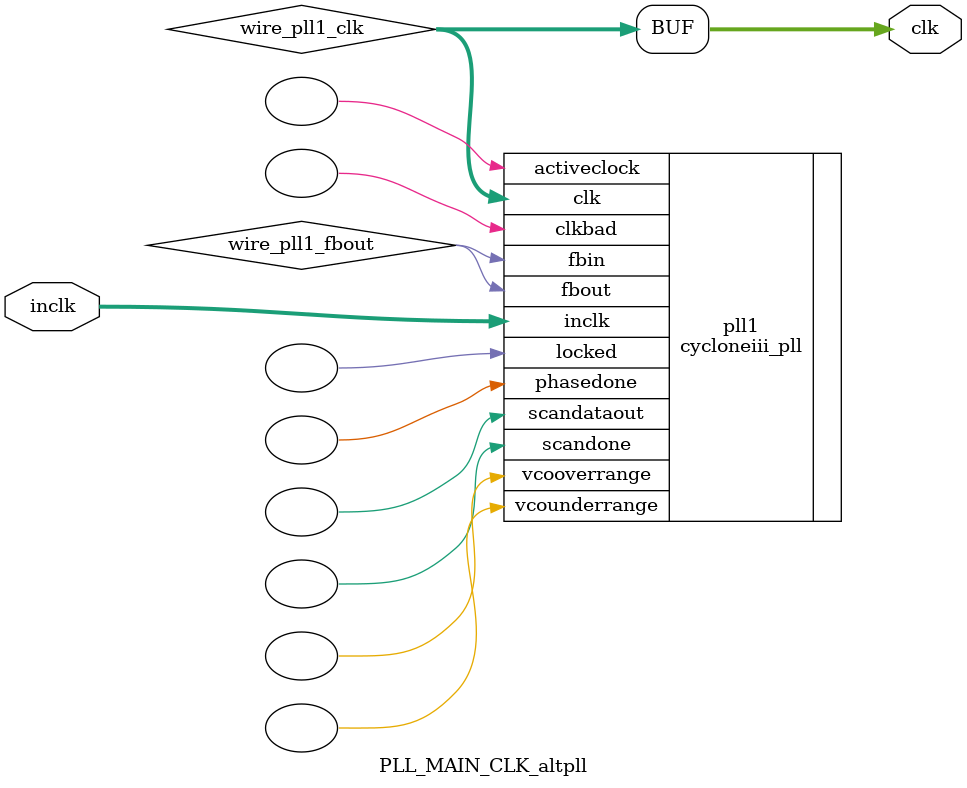
<source format=v>






//synthesis_resources = cycloneiii_pll 1 
//synopsys translate_off
`timescale 1 ps / 1 ps
//synopsys translate_on
module  PLL_MAIN_CLK_altpll
	( 
	clk,
	inclk) /* synthesis synthesis_clearbox=1 */;
	output   [4:0]  clk;
	input   [1:0]  inclk;
`ifndef ALTERA_RESERVED_QIS
// synopsys translate_off
`endif
	tri0   [1:0]  inclk;
`ifndef ALTERA_RESERVED_QIS
// synopsys translate_on
`endif

	wire  [4:0]   wire_pll1_clk;
	wire  wire_pll1_fbout;

	cycloneiii_pll   pll1
	( 
	.activeclock(),
	.clk(wire_pll1_clk),
	.clkbad(),
	.fbin(wire_pll1_fbout),
	.fbout(wire_pll1_fbout),
	.inclk(inclk),
	.locked(),
	.phasedone(),
	.scandataout(),
	.scandone(),
	.vcooverrange(),
	.vcounderrange()
	`ifndef FORMAL_VERIFICATION
	// synopsys translate_off
	`endif
	,
	.areset(1'b0),
	.clkswitch(1'b0),
	.configupdate(1'b0),
	.pfdena(1'b1),
	.phasecounterselect({3{1'b0}}),
	.phasestep(1'b0),
	.phaseupdown(1'b0),
	.scanclk(1'b0),
	.scanclkena(1'b1),
	.scandata(1'b0)
	`ifndef FORMAL_VERIFICATION
	// synopsys translate_on
	`endif
	);
	defparam
		pll1.bandwidth_type = "auto",
		pll1.clk0_divide_by = 25,
		pll1.clk0_duty_cycle = 50,
		pll1.clk0_multiply_by = 108,
		pll1.clk0_phase_shift = "0",
		pll1.compensate_clock = "clk0",
		pll1.inclk0_input_frequency = 20000,
		pll1.operation_mode = "normal",
		pll1.pll_type = "auto",
		pll1.lpm_type = "cycloneiii_pll";
	assign
		clk = {wire_pll1_clk[4:0]};
endmodule //PLL_MAIN_CLK_altpll
//VALID FILE

</source>
